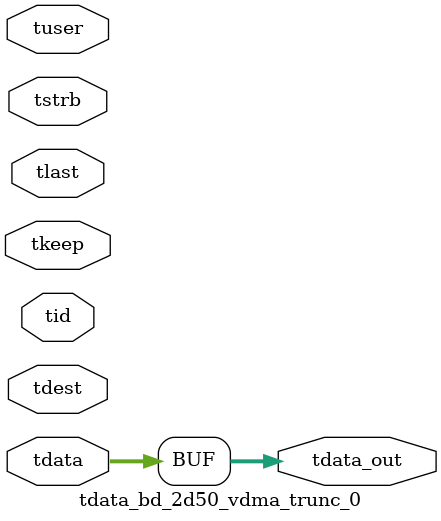
<source format=v>


`timescale 1ps/1ps

module tdata_bd_2d50_vdma_trunc_0 #
(
parameter C_S_AXIS_TDATA_WIDTH = 32,
parameter C_S_AXIS_TUSER_WIDTH = 0,
parameter C_S_AXIS_TID_WIDTH   = 0,
parameter C_S_AXIS_TDEST_WIDTH = 0,
parameter C_M_AXIS_TDATA_WIDTH = 32
)
(
input  [(C_S_AXIS_TDATA_WIDTH == 0 ? 1 : C_S_AXIS_TDATA_WIDTH)-1:0     ] tdata,
input  [(C_S_AXIS_TUSER_WIDTH == 0 ? 1 : C_S_AXIS_TUSER_WIDTH)-1:0     ] tuser,
input  [(C_S_AXIS_TID_WIDTH   == 0 ? 1 : C_S_AXIS_TID_WIDTH)-1:0       ] tid,
input  [(C_S_AXIS_TDEST_WIDTH == 0 ? 1 : C_S_AXIS_TDEST_WIDTH)-1:0     ] tdest,
input  [(C_S_AXIS_TDATA_WIDTH/8)-1:0 ] tkeep,
input  [(C_S_AXIS_TDATA_WIDTH/8)-1:0 ] tstrb,
input                                                                    tlast,
output [C_M_AXIS_TDATA_WIDTH-1:0] tdata_out
);

assign tdata_out = {tdata[47:0]};

endmodule


</source>
